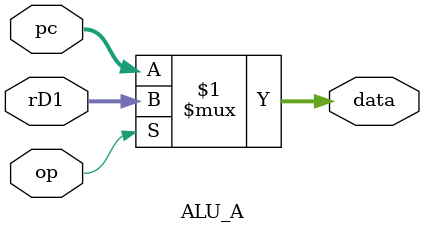
<source format=v>
`timescale 1ns / 1ps


module ALU_A(
    input wire [31:0] pc,
    input wire [31:0] rD1,
    input wire op,
    output wire [31:0] data
    );
    assign data = op?rD1:pc;
endmodule

</source>
